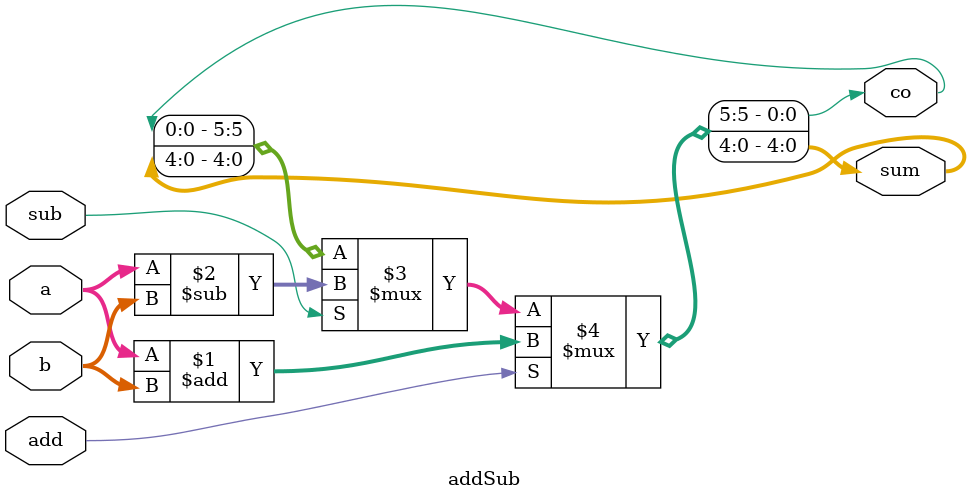
<source format=sv>
`timescale 1ns/1ns
module addSub(input [4:0] a, b, input add, sub, output reg [4:0] sum, output reg co);
assign {co,sum} = (add) ? a+b : (sub) ? a-b : {co,sum} ;
endmodule

</source>
